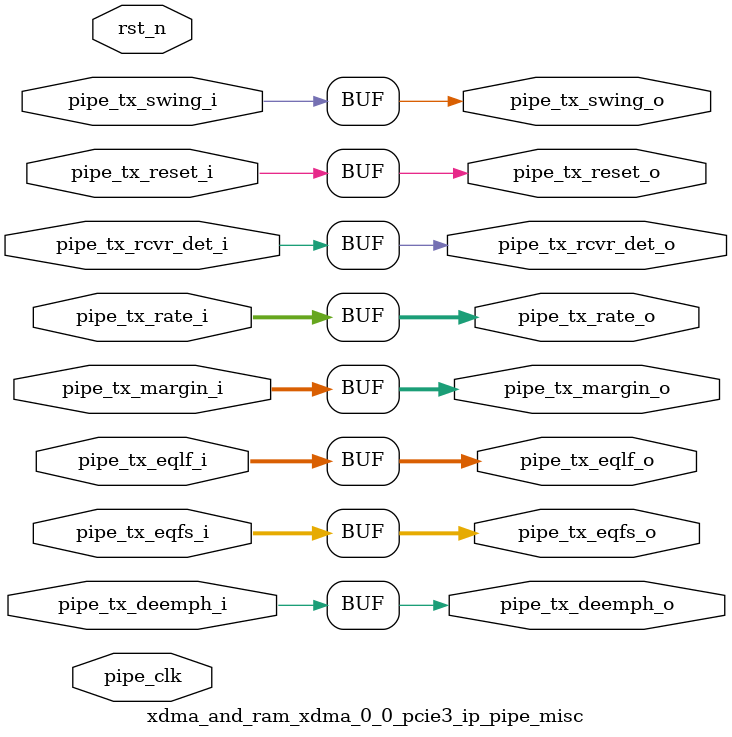
<source format=v>


`timescale 1ps/1ps

(* DowngradeIPIdentifiedWarnings = "yes" *)
module xdma_and_ram_xdma_0_0_pcie3_ip_pipe_misc 
 #(
  parameter TCQ = 100,
  parameter PIPE_PIPELINE_STAGES = 0
  ) (
  input  wire         pipe_tx_rcvr_det_i,
  input  wire         pipe_tx_reset_i,
  input  wire   [1:0] pipe_tx_rate_i,
  input  wire         pipe_tx_deemph_i,
  input  wire   [2:0] pipe_tx_margin_i,
  input  wire         pipe_tx_swing_i,
  input  wire   [5:0] pipe_tx_eqfs_i,
  input  wire   [5:0] pipe_tx_eqlf_i,
  output wire         pipe_tx_rcvr_det_o,
  output wire         pipe_tx_reset_o,
  output wire   [1:0] pipe_tx_rate_o,
  output wire         pipe_tx_deemph_o,
  output wire   [2:0] pipe_tx_margin_o,
  output wire         pipe_tx_swing_o,
  output wire   [5:0] pipe_tx_eqfs_o,
  output wire   [5:0] pipe_tx_eqlf_o,
  input  wire         pipe_clk,
  input  wire         rst_n
  );

  reg                 pipe_tx_rcvr_det_q;
  reg                 pipe_tx_reset_q;
  reg           [1:0] pipe_tx_rate_q;
  reg                 pipe_tx_deemph_q;
  reg           [2:0] pipe_tx_margin_q;
  reg                 pipe_tx_swing_q;
  reg           [5:0] pipe_tx_eqfs_q;
  reg           [5:0] pipe_tx_eqlf_q;
  reg                 pipe_tx_rcvr_det_qq;
  reg                 pipe_tx_reset_qq;
  reg           [1:0] pipe_tx_rate_qq;
  reg                 pipe_tx_deemph_qq;
  reg           [2:0] pipe_tx_margin_qq;
  reg                 pipe_tx_swing_qq;
  reg           [5:0] pipe_tx_eqfs_qq;
  reg           [5:0] pipe_tx_eqlf_qq;

  generate
    if (PIPE_PIPELINE_STAGES == 0)
    begin : pipe_stages_0
      assign pipe_tx_rcvr_det_o = pipe_tx_rcvr_det_i;
      assign pipe_tx_reset_o = pipe_tx_reset_i;
      assign pipe_tx_rate_o = pipe_tx_rate_i;
      assign pipe_tx_deemph_o = pipe_tx_deemph_i;
      assign pipe_tx_margin_o = pipe_tx_margin_i;
      assign pipe_tx_swing_o = pipe_tx_swing_i;
      assign pipe_tx_eqfs_o = pipe_tx_eqfs_i;
      assign pipe_tx_eqlf_o = pipe_tx_eqlf_i;
    end
    else if (PIPE_PIPELINE_STAGES == 1)
    begin : pipe_stages_1
      always @(posedge pipe_clk)
      begin
        if (!rst_n)
        begin
          pipe_tx_rcvr_det_q <= #TCQ 1'b0;
          pipe_tx_reset_q <= #TCQ 1'b1;
          pipe_tx_rate_q <= #TCQ 2'b0;
          pipe_tx_deemph_q <= #TCQ 1'b1;
          pipe_tx_margin_q <= #TCQ 3'b0;
          pipe_tx_swing_q <= #TCQ 1'b0;
          pipe_tx_eqfs_q <= #TCQ 5'b0;
          pipe_tx_eqlf_q <= #TCQ 5'b0;
        end
        else
        begin
          pipe_tx_rcvr_det_q <= #TCQ pipe_tx_rcvr_det_i;
          pipe_tx_reset_q <= #TCQ pipe_tx_reset_i;
          pipe_tx_rate_q <= #TCQ pipe_tx_rate_i;
          pipe_tx_deemph_q <= #TCQ pipe_tx_deemph_i;
          pipe_tx_margin_q <= #TCQ pipe_tx_margin_i;
          pipe_tx_swing_q <= #TCQ pipe_tx_swing_i;
          pipe_tx_eqfs_q <= #TCQ pipe_tx_eqfs_i;
          pipe_tx_eqlf_q <= #TCQ pipe_tx_eqlf_i;
        end
      end
      assign pipe_tx_rcvr_det_o = pipe_tx_rcvr_det_q;
      assign pipe_tx_reset_o = pipe_tx_reset_q;
      assign pipe_tx_rate_o = pipe_tx_rate_q;
      assign pipe_tx_deemph_o = pipe_tx_deemph_q;
      assign pipe_tx_margin_o = pipe_tx_margin_q;
      assign pipe_tx_swing_o = pipe_tx_swing_q;
      assign pipe_tx_eqfs_o = pipe_tx_eqfs_q;
      assign pipe_tx_eqlf_o = pipe_tx_eqlf_q;
    end
    else if (PIPE_PIPELINE_STAGES == 2)
    begin : pipe_stages_2
      always @(posedge pipe_clk)
      begin
        if (!rst_n)
        begin
          pipe_tx_rcvr_det_q <= #TCQ 1'b0;
          pipe_tx_reset_q <= #TCQ 1'b1;
          pipe_tx_rate_q <= #TCQ 2'b0;
          pipe_tx_deemph_q <= #TCQ 1'b1;
          pipe_tx_margin_q <= #TCQ 1'b0;
          pipe_tx_swing_q <= #TCQ 1'b0;
          pipe_tx_eqfs_q <= #TCQ 5'b0;
          pipe_tx_eqlf_q <= #TCQ 5'b0;
          pipe_tx_rcvr_det_qq <= #TCQ 1'b0;
          pipe_tx_reset_qq <= #TCQ 1'b1;
          pipe_tx_rate_qq <= #TCQ 2'b0;
          pipe_tx_deemph_qq <= #TCQ 1'b1;
          pipe_tx_margin_qq <= #TCQ 1'b0;
          pipe_tx_swing_qq <= #TCQ 1'b0;
          pipe_tx_eqfs_qq <= #TCQ 5'b0;
          pipe_tx_eqlf_qq <= #TCQ 5'b0;
        end
        else
        begin
          pipe_tx_rcvr_det_q <= #TCQ pipe_tx_rcvr_det_i;
          pipe_tx_reset_q <= #TCQ pipe_tx_reset_i;
          pipe_tx_rate_q <= #TCQ pipe_tx_rate_i;
          pipe_tx_deemph_q <= #TCQ pipe_tx_deemph_i;
          pipe_tx_margin_q <= #TCQ pipe_tx_margin_i;
          pipe_tx_swing_q <= #TCQ pipe_tx_swing_i;
          pipe_tx_eqfs_q <= #TCQ pipe_tx_eqfs_i;
          pipe_tx_eqlf_q <= #TCQ pipe_tx_eqlf_i;
          pipe_tx_rcvr_det_qq <= #TCQ pipe_tx_rcvr_det_q;
          pipe_tx_reset_qq <= #TCQ pipe_tx_reset_q;
          pipe_tx_rate_qq <= #TCQ pipe_tx_rate_q;
          pipe_tx_deemph_qq <= #TCQ pipe_tx_deemph_q;
          pipe_tx_margin_qq <= #TCQ pipe_tx_margin_q;
          pipe_tx_swing_qq <= #TCQ pipe_tx_swing_q;
          pipe_tx_eqfs_qq <= #TCQ pipe_tx_eqfs_q;
          pipe_tx_eqlf_qq <= #TCQ pipe_tx_eqlf_q;
        end
      end
      assign pipe_tx_rcvr_det_o = pipe_tx_rcvr_det_qq;
      assign pipe_tx_reset_o = pipe_tx_reset_qq;
      assign pipe_tx_rate_o = pipe_tx_rate_qq;
      assign pipe_tx_deemph_o = pipe_tx_deemph_qq;
      assign pipe_tx_margin_o = pipe_tx_margin_qq;
      assign pipe_tx_swing_o = pipe_tx_swing_qq;
      assign pipe_tx_eqfs_o = pipe_tx_eqfs_qq;
      assign pipe_tx_eqlf_o = pipe_tx_eqlf_qq;
    end
    else
    begin
      assign pipe_tx_rcvr_det_o = pipe_tx_rcvr_det_i;
      assign pipe_tx_reset_o = pipe_tx_reset_i;
      assign pipe_tx_rate_o = pipe_tx_rate_i;
      assign pipe_tx_deemph_o = pipe_tx_deemph_i;
      assign pipe_tx_margin_o = pipe_tx_margin_i;
      assign pipe_tx_swing_o = pipe_tx_swing_i;
      assign pipe_tx_eqfs_o = pipe_tx_eqfs_i;
      assign pipe_tx_eqlf_o = pipe_tx_eqlf_i;
    end
  endgenerate

endmodule

</source>
